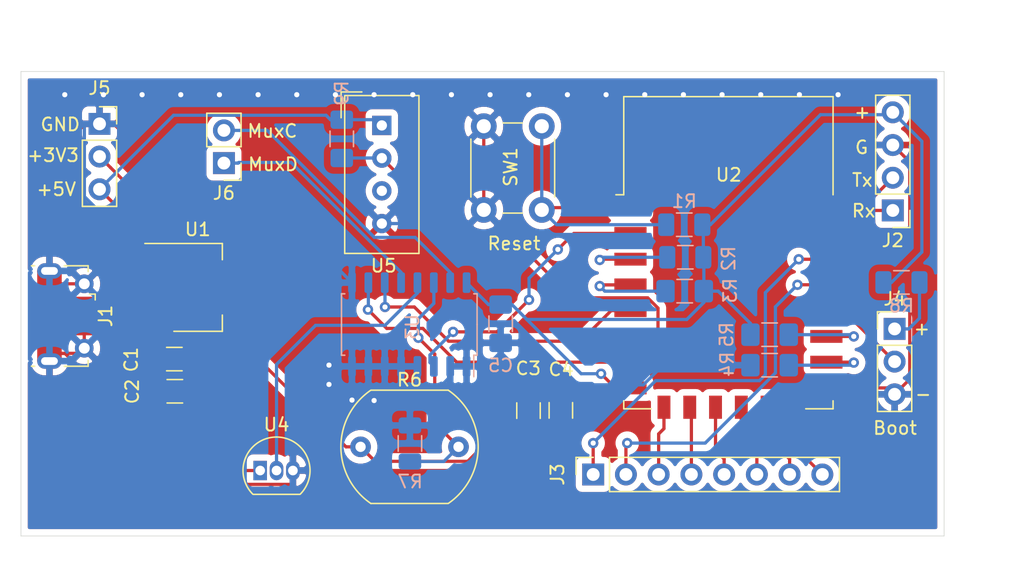
<source format=kicad_pcb>
(kicad_pcb (version 20171130) (host pcbnew "(5.1.5)-3")
  (layers (0 F.Cu signal) (31 B.Cu signal) (34 B.Paste user) (35 F.Paste user) (36 B.SilkS user) (37 F.SilkS user) (38 B.Mask user) (39 F.Mask user) (44 Edge.Cuts user))
  (net 0 "")
  (net 1 GND)
  (net 2 +5V)
  (net 3 +3V3)
  (net 4 "Net-(J1-Pad2)")
  (net 5 "Net-(J1-Pad4)")
  (net 6 "Net-(J1-Pad3)")
  (net 7 RX)
  (net 8 TX)
  (net 9 SDA)
  (net 10 SCL)
  (net 11 CSO)
  (net 12 MISO)
  (net 13 GPIO9)
  (net 14 GPIO10)
  (net 15 MOSI)
  (net 16 SCLK)
  (net 17 "Net-(J4-Pad1)")
  (net 18 GPIO_0)
  (net 19 SensorD)
  (net 20 SensorC)
  (net 21 RST)
  (net 22 "Net-(R2-Pad1)")
  (net 23 "Net-(R3-Pad1)")
  (net 24 "Net-(R4-Pad1)")
  (net 25 "Net-(R5-Pad2)")
  (net 26 LDROut)
  (net 27 ADC)
  (net 28 MuxA)
  (net 29 DHTOut)
  (net 30 MuxB)
  (net 31 TempOut)
  (net 32 "Net-(U5-Pad3)")
  (module Capacitor_SMD:C_1206_3216Metric_Pad1.42x1.75mm_HandSolder (layer F.Cu) (at 113.502 98.532)
    (fp_text reference C1 (at -3.35 0.04 90) (layer F.SilkS))
    (fp_text value 0.1u)
    (pad 2 smd roundrect (at 1.4875 0) (size 1.425 1.75) (layers F.Cu F.Paste F.Mask) (roundrect_rratio 0.175439) (net 1 GND))
    (pad 1 smd roundrect (at -1.4875 0) (size 1.425 1.75) (layers F.Cu F.Paste F.Mask) (roundrect_rratio 0.175439) (net 2 +5V))
  )
  (module Capacitor_SMD:C_1206_3216Metric_Pad1.42x1.75mm_HandSolder (layer F.Cu) (at 113.5395 101.032)
    (fp_text reference C2 (at -3.3075 0.02 90) (layer F.SilkS))
    (fp_text value 0.1u)
    (pad 1 smd roundrect (at -1.4875 0) (size 1.425 1.75) (layers F.Cu F.Paste F.Mask) (roundrect_rratio 0.175439) (net 2 +5V))
    (pad 2 smd roundrect (at 1.4875 0) (size 1.425 1.75) (layers F.Cu F.Paste F.Mask) (roundrect_rratio 0.175439) (net 1 GND))
  )
  (module Capacitor_SMD:C_1206_3216Metric_Pad1.42x1.75mm_HandSolder (layer F.Cu) (at 140.98 102.5335 270)
    (fp_text reference C3 (at -3.275001 0.014999) (layer F.SilkS))
    (fp_text value 0.1u)
    (pad 2 smd roundrect (at 1.4875 0 270) (size 1.425 1.75) (layers F.Cu F.Paste F.Mask) (roundrect_rratio 0.175439) (net 1 GND))
    (pad 1 smd roundrect (at -1.4875 0 270) (size 1.425 1.75) (layers F.Cu F.Paste F.Mask) (roundrect_rratio 0.175439) (net 3 +3V3))
  )
  (module Capacitor_SMD:C_1206_3216Metric_Pad1.42x1.75mm_HandSolder (layer F.Cu) (at 143.49 102.5135 270)
    (fp_text reference C4 (at -3.1775 -0.02) (layer F.SilkS))
    (fp_text value 0.1u)
    (pad 1 smd roundrect (at -1.4875 0 270) (size 1.425 1.75) (layers F.Cu F.Paste F.Mask) (roundrect_rratio 0.175439) (net 3 +3V3))
    (pad 2 smd roundrect (at 1.4875 0 270) (size 1.425 1.75) (layers F.Cu F.Paste F.Mask) (roundrect_rratio 0.175439) (net 1 GND))
  )
  (module Capacitor_SMD:C_1206_3216Metric_Pad1.42x1.75mm_HandSolder (layer B.Cu) (at 138.82 95.786 270)
    (fp_text reference C5 (at 3.2375 0 180) (layer B.SilkS) (effects (justify mirror)))
    (fp_text value 0.1u)
    (pad 1 smd roundrect (at -1.4875 0 270) (size 1.425 1.75) (layers B.Cu B.Paste B.Mask) (roundrect_rratio 0.175439) (net 3 +3V3))
    (pad 2 smd roundrect (at 1.4875 0 270) (size 1.425 1.75) (layers B.Cu B.Paste B.Mask) (roundrect_rratio 0.175439) (net 1 GND))
  )
  (module Connector_USB:USB_Micro-B_Molex-105017-0001 (layer F.Cu) (at 105.05 95.186 270)
    (fp_text reference J1 (at 0 -3.1125 90) (layer F.SilkS))
    (fp_text value USB_B_Micro)
    (pad 6 smd rect (at 1 1.2375 270) (size 1.5 1.9) (layers F.Cu F.Paste F.Mask) (net 1 GND))
    (pad 6 thru_hole circle (at -2.5 -1.4625 270) (size 1.45 1.45) (drill 0.85) (layers *.Cu *.Mask) (net 1 GND))
    (pad 2 smd rect (at -0.65 -1.4625 270) (size 0.4 1.35) (layers F.Cu F.Paste F.Mask) (net 4 "Net-(J1-Pad2)"))
    (pad 1 smd rect (at -1.3 -1.4625 270) (size 0.4 1.35) (layers F.Cu F.Paste F.Mask) (net 2 +5V))
    (pad 5 smd rect (at 1.3 -1.4625 270) (size 0.4 1.35) (layers F.Cu F.Paste F.Mask) (net 1 GND))
    (pad 4 smd rect (at 0.65 -1.4625 270) (size 0.4 1.35) (layers F.Cu F.Paste F.Mask) (net 5 "Net-(J1-Pad4)"))
    (pad 3 smd rect (at 0 -1.4625 270) (size 0.4 1.35) (layers F.Cu F.Paste F.Mask) (net 6 "Net-(J1-Pad3)"))
    (pad 6 thru_hole circle (at 2.5 -1.4625 270) (size 1.45 1.45) (drill 0.85) (layers *.Cu *.Mask) (net 1 GND))
    (pad 6 smd rect (at -1 1.2375 270) (size 1.5 1.9) (layers F.Cu F.Paste F.Mask) (net 1 GND))
    (pad 6 thru_hole oval (at -3.5 1.2375 90) (size 1.2 1.9) (drill oval 0.6 1.3) (layers *.Cu *.Mask) (net 1 GND))
    (pad 6 thru_hole oval (at 3.5 1.2375 270) (size 1.2 1.9) (drill oval 0.6 1.3) (layers *.Cu *.Mask) (net 1 GND))
    (pad 6 smd rect (at 2.9 1.2375 270) (size 1.2 1.9) (layers F.Cu F.Mask) (net 1 GND))
    (pad 6 smd rect (at -2.9 1.2375 270) (size 1.2 1.9) (layers F.Cu F.Mask) (net 1 GND))
  )
  (module Connector_PinHeader_2.54mm:PinHeader_1x04_P2.54mm_Vertical (layer F.Cu) (at 169.246 86.988 180)
    (fp_text reference J2 (at 0 -2.33) (layer F.SilkS))
    (fp_text value FTDI)
    (pad 1 thru_hole rect (at 0 0 180) (size 1.7 1.7) (drill 1) (layers *.Cu *.Mask) (net 7 RX))
    (pad 2 thru_hole oval (at 0 2.54 180) (size 1.7 1.7) (drill 1) (layers *.Cu *.Mask) (net 8 TX))
    (pad 3 thru_hole oval (at 0 5.08 180) (size 1.7 1.7) (drill 1) (layers *.Cu *.Mask) (net 1 GND))
    (pad 4 thru_hole oval (at 0 7.62 180) (size 1.7 1.7) (drill 1) (layers *.Cu *.Mask) (net 3 +3V3))
  )
  (module Connector_PinSocket_2.54mm:PinSocket_1x08_P2.54mm_Vertical (layer F.Cu) (at 145.9992 107.4928 90)
    (fp_text reference J3 (at 0 -2.77 90) (layer F.SilkS))
    (fp_text value ExtraPins)
    (pad 1 thru_hole rect (at 0 0 90) (size 1.7 1.7) (drill 1) (layers *.Cu *.Mask) (net 10 SCL))
    (pad 2 thru_hole oval (at 0 2.54 90) (size 1.7 1.7) (drill 1) (layers *.Cu *.Mask) (net 9 SDA))
    (pad 3 thru_hole oval (at 0 5.08 90) (size 1.7 1.7) (drill 1) (layers *.Cu *.Mask) (net 11 CSO))
    (pad 4 thru_hole oval (at 0 7.62 90) (size 1.7 1.7) (drill 1) (layers *.Cu *.Mask) (net 12 MISO))
    (pad 5 thru_hole oval (at 0 10.16 90) (size 1.7 1.7) (drill 1) (layers *.Cu *.Mask) (net 13 GPIO9))
    (pad 6 thru_hole oval (at 0 12.7 90) (size 1.7 1.7) (drill 1) (layers *.Cu *.Mask) (net 14 GPIO10))
    (pad 7 thru_hole oval (at 0 15.24 90) (size 1.7 1.7) (drill 1) (layers *.Cu *.Mask) (net 15 MOSI))
    (pad 8 thru_hole oval (at 0 17.78 90) (size 1.7 1.7) (drill 1) (layers *.Cu *.Mask) (net 16 SCLK))
  )
  (module Connector_PinHeader_2.54mm:PinHeader_1x03_P2.54mm_Vertical (layer F.Cu) (at 169.386 96.188)
    (fp_text reference J4 (at 0 -2.33) (layer F.SilkS))
    (fp_text value ProgJump)
    (pad 1 thru_hole rect (at 0 0) (size 1.7 1.7) (drill 1) (layers *.Cu *.Mask) (net 17 "Net-(J4-Pad1)"))
    (pad 2 thru_hole oval (at 0 2.54) (size 1.7 1.7) (drill 1) (layers *.Cu *.Mask) (net 18 GPIO_0))
    (pad 3 thru_hole oval (at 0 5.08) (size 1.7 1.7) (drill 1) (layers *.Cu *.Mask) (net 1 GND))
  )
  (module Connector_PinSocket_2.54mm:PinSocket_1x03_P2.54mm_Vertical (layer F.Cu) (at 107.696 80.264)
    (fp_text reference J5 (at 0 -2.77) (layer F.SilkS))
    (fp_text value PWR)
    (pad 1 thru_hole rect (at 0 0) (size 1.7 1.7) (drill 1) (layers *.Cu *.Mask) (net 1 GND))
    (pad 2 thru_hole oval (at 0 2.54) (size 1.7 1.7) (drill 1) (layers *.Cu *.Mask) (net 3 +3V3))
    (pad 3 thru_hole oval (at 0 5.08) (size 1.7 1.7) (drill 1) (layers *.Cu *.Mask) (net 2 +5V))
  )
  (module Connector_PinHeader_2.54mm:PinHeader_1x02_P2.54mm_Vertical (layer F.Cu) (at 117.348 83.312 180)
    (fp_text reference J6 (at 0 -2.33) (layer F.SilkS))
    (fp_text value MuxExtra)
    (pad 1 thru_hole rect (at 0 0 180) (size 1.7 1.7) (drill 1) (layers *.Cu *.Mask) (net 19 SensorD))
    (pad 2 thru_hole oval (at 0 2.54 180) (size 1.7 1.7) (drill 1) (layers *.Cu *.Mask) (net 20 SensorC))
  )
  (module Resistor_SMD:R_1206_3216Metric (layer B.Cu) (at 153.066 88.096 180)
    (fp_text reference R1 (at 0 1.82) (layer B.SilkS) (effects (justify mirror)))
    (fp_text value 10k)
    (pad 2 smd roundrect (at 1.4 0 180) (size 1.25 1.75) (layers B.Cu B.Paste B.Mask) (roundrect_rratio 0.2) (net 21 RST))
    (pad 1 smd roundrect (at -1.4 0 180) (size 1.25 1.75) (layers B.Cu B.Paste B.Mask) (roundrect_rratio 0.2) (net 3 +3V3))
  )
  (module Resistor_SMD:R_1206_3216Metric (layer B.Cu) (at 153.146 90.626)
    (fp_text reference R2 (at 3.36 0.1 -90) (layer B.SilkS) (effects (justify mirror)))
    (fp_text value 10k)
    (pad 1 smd roundrect (at -1.4 0) (size 1.25 1.75) (layers B.Cu B.Paste B.Mask) (roundrect_rratio 0.2) (net 22 "Net-(R2-Pad1)"))
    (pad 2 smd roundrect (at 1.4 0) (size 1.25 1.75) (layers B.Cu B.Paste B.Mask) (roundrect_rratio 0.2) (net 3 +3V3))
  )
  (module Resistor_SMD:R_1206_3216Metric_Pad1.42x1.75mm_HandSolder (layer B.Cu) (at 153.0985 93.256)
    (fp_text reference R3 (at 3.5275 -0.04 -90) (layer B.SilkS) (effects (justify mirror)))
    (fp_text value 10k)
    (pad 1 smd roundrect (at -1.4875 0) (size 1.425 1.75) (layers B.Cu B.Paste B.Mask) (roundrect_rratio 0.175439) (net 23 "Net-(R3-Pad1)"))
    (pad 2 smd roundrect (at 1.4875 0) (size 1.425 1.75) (layers B.Cu B.Paste B.Mask) (roundrect_rratio 0.175439) (net 3 +3V3))
  )
  (module Resistor_SMD:R_1206_3216Metric_Pad1.42x1.75mm_HandSolder (layer B.Cu) (at 159.6885 99.006 180)
    (fp_text reference R4 (at 3.3 0.07 270) (layer B.SilkS) (effects (justify mirror)))
    (fp_text value 10k)
    (pad 2 smd roundrect (at 1.4875 0 180) (size 1.425 1.75) (layers B.Cu B.Paste B.Mask) (roundrect_rratio 0.175439) (net 1 GND))
    (pad 1 smd roundrect (at -1.4875 0 180) (size 1.425 1.75) (layers B.Cu B.Paste B.Mask) (roundrect_rratio 0.175439) (net 24 "Net-(R4-Pad1)"))
  )
  (module Resistor_SMD:R_1206_3216Metric_Pad1.42x1.75mm_HandSolder (layer B.Cu) (at 159.6885 96.636)
    (fp_text reference R5 (at -3.34 0 270) (layer B.SilkS) (effects (justify mirror)))
    (fp_text value 10k)
    (pad 1 smd roundrect (at -1.4875 0) (size 1.425 1.75) (layers B.Cu B.Paste B.Mask) (roundrect_rratio 0.175439) (net 3 +3V3))
    (pad 2 smd roundrect (at 1.4875 0) (size 1.425 1.75) (layers B.Cu B.Paste B.Mask) (roundrect_rratio 0.175439) (net 25 "Net-(R5-Pad2)"))
  )
  (module OptoDevice:R_LDR_10x8.5mm_P7.6mm_Vertical (layer F.Cu) (at 127.95 105.346)
    (fp_text reference R6 (at 3.8 -5.2) (layer F.SilkS))
    (fp_text value LDR03)
    (pad 1 thru_hole circle (at 0 0) (size 1.6 1.6) (drill 0.8) (layers *.Cu *.Mask) (net 3 +3V3))
    (pad 2 thru_hole circle (at 7.6 0) (size 1.6 1.6) (drill 0.8) (layers *.Cu *.Mask) (net 26 LDROut))
  )
  (module Resistor_SMD:R_1206_3216Metric (layer B.Cu) (at 131.78 105.086 90)
    (fp_text reference R7 (at -2.96 0.02 180) (layer B.SilkS) (effects (justify mirror)))
    (fp_text value 220r)
    (pad 1 smd roundrect (at -1.4 0 90) (size 1.25 1.75) (layers B.Cu B.Paste B.Mask) (roundrect_rratio 0.2) (net 26 LDROut))
    (pad 2 smd roundrect (at 1.4 0 90) (size 1.25 1.75) (layers B.Cu B.Paste B.Mask) (roundrect_rratio 0.2) (net 1 GND))
  )
  (module Resistor_SMD:R_1206_3216Metric (layer B.Cu) (at 169.916 92.578)
    (fp_text reference R8 (at 0 1.82 180) (layer B.SilkS) (effects (justify mirror)))
    (fp_text value 10k)
    (pad 2 smd roundrect (at 1.4 0) (size 1.25 1.75) (layers B.Cu B.Paste B.Mask) (roundrect_rratio 0.2) (net 17 "Net-(J4-Pad1)"))
    (pad 1 smd roundrect (at -1.4 0) (size 1.25 1.75) (layers B.Cu B.Paste B.Mask) (roundrect_rratio 0.2) (net 3 +3V3))
  )
  (module Package_TO_SOT_SMD:SOT-223-3_TabPin2 (layer F.Cu) (at 115.316 92.964)
    (fp_text reference U1 (at 0 -4.5) (layer F.SilkS))
    (fp_text value AMS1117-3.3)
    (pad 2 smd rect (at 3.15 0) (size 2 3.8) (layers F.Cu F.Paste F.Mask) (net 3 +3V3))
    (pad 2 smd rect (at -3.15 0) (size 2 1.5) (layers F.Cu F.Paste F.Mask) (net 3 +3V3))
    (pad 3 smd rect (at -3.15 2.3) (size 2 1.5) (layers F.Cu F.Paste F.Mask) (net 2 +5V))
    (pad 1 smd rect (at -3.15 -2.3) (size 2 1.5) (layers F.Cu F.Paste F.Mask) (net 1 GND))
  )
  (module RF_Module:ESP-12E (layer F.Cu) (at 156.491001 90.271001)
    (fp_text reference U2 (at 0.023799 -6.044601) (layer F.SilkS))
    (fp_text value ESP-12F)
    (pad 1 smd rect (at -7.6 -3.5) (size 2.5 1) (layers F.Cu F.Paste F.Mask) (net 21 RST))
    (pad 2 smd rect (at -7.6 -1.5) (size 2.5 1) (layers F.Cu F.Paste F.Mask) (net 27 ADC))
    (pad 3 smd rect (at -7.6 0.5) (size 2.5 1) (layers F.Cu F.Paste F.Mask) (net 22 "Net-(R2-Pad1)"))
    (pad 4 smd rect (at -7.6 2.5) (size 2.5 1) (layers F.Cu F.Paste F.Mask) (net 23 "Net-(R3-Pad1)"))
    (pad 5 smd rect (at -7.6 4.5) (size 2.5 1) (layers F.Cu F.Paste F.Mask) (net 28 MuxA))
    (pad 6 smd rect (at -7.6 6.5) (size 2.5 1) (layers F.Cu F.Paste F.Mask) (net 29 DHTOut))
    (pad 7 smd rect (at -7.6 8.5) (size 2.5 1) (layers F.Cu F.Paste F.Mask) (net 30 MuxB))
    (pad 8 smd rect (at -7.6 10.5) (size 2.5 1) (layers F.Cu F.Paste F.Mask) (net 3 +3V3))
    (pad 9 smd rect (at -5 12) (size 1 1.8) (layers F.Cu F.Paste F.Mask) (net 11 CSO))
    (pad 10 smd rect (at -3 12) (size 1 1.8) (layers F.Cu F.Paste F.Mask) (net 12 MISO))
    (pad 11 smd rect (at -1 12) (size 1 1.8) (layers F.Cu F.Paste F.Mask) (net 13 GPIO9))
    (pad 12 smd rect (at 1 12) (size 1 1.8) (layers F.Cu F.Paste F.Mask) (net 14 GPIO10))
    (pad 13 smd rect (at 3 12) (size 1 1.8) (layers F.Cu F.Paste F.Mask) (net 15 MOSI))
    (pad 14 smd rect (at 5 12) (size 1 1.8) (layers F.Cu F.Paste F.Mask) (net 16 SCLK))
    (pad 15 smd rect (at 7.6 10.5) (size 2.5 1) (layers F.Cu F.Paste F.Mask) (net 1 GND))
    (pad 16 smd rect (at 7.6 8.5) (size 2.5 1) (layers F.Cu F.Paste F.Mask) (net 24 "Net-(R4-Pad1)"))
    (pad 17 smd rect (at 7.6 6.5) (size 2.5 1) (layers F.Cu F.Paste F.Mask) (net 25 "Net-(R5-Pad2)"))
    (pad 18 smd rect (at 7.6 4.5) (size 2.5 1) (layers F.Cu F.Paste F.Mask) (net 18 GPIO_0))
    (pad 19 smd rect (at 7.6 2.5) (size 2.5 1) (layers F.Cu F.Paste F.Mask) (net 9 SDA))
    (pad 20 smd rect (at 7.6 0.5) (size 2.5 1) (layers F.Cu F.Paste F.Mask) (net 10 SCL))
    (pad 21 smd rect (at 7.6 -1.5) (size 2.5 1) (layers F.Cu F.Paste F.Mask) (net 7 RX))
    (pad 22 smd rect (at 7.6 -3.5) (size 2.5 1) (layers F.Cu F.Paste F.Mask) (net 8 TX))
  )
  (module Package_SO:SOP-16_4.55x10.3mm_P1.27mm (layer B.Cu) (at 131.73 95.846 90)
    (fp_text reference U3 (at -0.19 0.25 -90) (layer B.SilkS) (effects (justify mirror)))
    (fp_text value CD4051B)
    (pad 1 smd roundrect (at -3.25 4.445 90) (size 1.6 0.6) (layers B.Cu B.Paste B.Mask) (net 1 GND))
    (pad 2 smd roundrect (at -3.25 3.175 90) (size 1.6 0.6) (layers B.Cu B.Paste B.Mask) (net 1 GND))
    (pad 3 smd roundrect (at -3.25 1.905 90) (size 1.6 0.6) (layers B.Cu B.Paste B.Mask) (net 27 ADC))
    (pad 4 smd roundrect (at -3.25 0.635 90) (size 1.6 0.6) (layers B.Cu B.Paste B.Mask) (net 1 GND))
    (pad 5 smd roundrect (at -3.25 -0.635 90) (size 1.6 0.6) (layers B.Cu B.Paste B.Mask) (net 1 GND))
    (pad 6 smd roundrect (at -3.25 -1.905 90) (size 1.6 0.6) (layers B.Cu B.Paste B.Mask) (net 1 GND))
    (pad 7 smd roundrect (at -3.25 -3.175 90) (size 1.6 0.6) (layers B.Cu B.Paste B.Mask) (net 1 GND))
    (pad 8 smd roundrect (at -3.25 -4.445 90) (size 1.6 0.6) (layers B.Cu B.Paste B.Mask) (net 1 GND))
    (pad 9 smd roundrect (at 3.25 -4.445 90) (size 1.6 0.6) (layers B.Cu B.Paste B.Mask) (net 1 GND))
    (pad 10 smd roundrect (at 3.25 -3.175 90) (size 1.6 0.6) (layers B.Cu B.Paste B.Mask) (net 30 MuxB))
    (pad 11 smd roundrect (at 3.25 -1.905 90) (size 1.6 0.6) (layers B.Cu B.Paste B.Mask) (net 28 MuxA))
    (pad 12 smd roundrect (at 3.25 -0.635 90) (size 1.6 0.6) (layers B.Cu B.Paste B.Mask) (net 19 SensorD))
    (pad 13 smd roundrect (at 3.25 0.635 90) (size 1.6 0.6) (layers B.Cu B.Paste B.Mask) (net 31 TempOut))
    (pad 14 smd roundrect (at 3.25 1.905 90) (size 1.6 0.6) (layers B.Cu B.Paste B.Mask) (net 26 LDROut))
    (pad 15 smd roundrect (at 3.25 3.175 90) (size 1.6 0.6) (layers B.Cu B.Paste B.Mask) (net 20 SensorC))
    (pad 16 smd roundrect (at 3.25 4.445 90) (size 1.6 0.6) (layers B.Cu B.Paste B.Mask) (net 3 +3V3))
  )
  (module Package_TO_SOT_THT:TO-92_Inline (layer F.Cu) (at 120.16 107.186)
    (fp_text reference U4 (at 1.27 -3.56) (layer F.SilkS))
    (fp_text value LM35-LP)
    (pad 2 thru_hole oval (at 1.27 0) (size 1.05 1.5) (drill 0.75) (layers *.Cu *.Mask) (net 31 TempOut))
    (pad 3 thru_hole oval (at 2.54 0) (size 1.05 1.5) (drill 0.75) (layers *.Cu *.Mask) (net 1 GND))
    (pad 1 thru_hole rect (at 0 0) (size 1.05 1.5) (drill 0.75) (layers *.Cu *.Mask) (net 2 +5V))
  )
  (module Sensor:Aosong_DHT11_5.5x12.0_P2.54mm (layer F.Cu) (at 129.6 80.386)
    (fp_text reference U5 (at 0.1432 10.9016) (layer F.SilkS))
    (fp_text value DHT11)
    (pad 1 thru_hole rect (at 0 0) (size 1.5 1.5) (drill 0.8) (layers *.Cu *.Mask) (net 2 +5V))
    (pad 2 thru_hole circle (at 0 2.54) (size 1.5 1.5) (drill 0.8) (layers *.Cu *.Mask) (net 29 DHTOut))
    (pad 3 thru_hole circle (at 0 5.08) (size 1.5 1.5) (drill 0.8) (layers *.Cu *.Mask) (net 32 "Net-(U5-Pad3)"))
    (pad 4 thru_hole circle (at 0 7.62) (size 1.5 1.5) (drill 0.8) (layers *.Cu *.Mask) (net 1 GND))
  )
  (module Button_Switch_THT:SW_PUSH_6mm_H8.5mm (layer F.Cu) (at 137.51 86.946 90)
    (fp_text reference SW1 (at 3.3292 2.0884 90) (layer F.SilkS))
    (fp_text value ResetButton)
    (pad 2 thru_hole circle (at 0 4.5 180) (size 2 2) (drill 1.1) (layers *.Cu *.Mask) (net 21 RST))
    (pad 1 thru_hole circle (at 0 0 180) (size 2 2) (drill 1.1) (layers *.Cu *.Mask) (net 1 GND))
    (pad 2 thru_hole circle (at 6.5 4.5 180) (size 2 2) (drill 1.1) (layers *.Cu *.Mask) (net 21 RST))
    (pad 1 thru_hole circle (at 6.5 0 180) (size 2 2) (drill 1.1) (layers *.Cu *.Mask) (net 1 GND))
  )
  (module Resistor_SMD:R_1206_3216Metric_Pad1.42x1.75mm_HandSolder (layer B.Cu) (at 126.492 81.4285 270)
    (fp_text reference R9 (at -3.5475 0 270) (layer B.SilkS) (effects (justify mirror)))
    (fp_text value 10k)
    (pad 1 smd roundrect (at -1.4875 0 270) (size 1.425 1.75) (layers B.Cu B.Paste B.Mask) (roundrect_rratio 0.175439) (net 2 +5V))
    (pad 2 smd roundrect (at 1.4875 0 270) (size 1.425 1.75) (layers B.Cu B.Paste B.Mask) (roundrect_rratio 0.175439) (net 29 DHTOut))
  )
  (gr_text Boot (at 169.418 103.886) (layer F.SilkS) (effects (font (size 1 1))))
  (gr_text MuxD (at 121.158 83.4136) (layer F.SilkS) (effects (font (size 1 1))))
  (gr_text MuxC (at 121.1072 80.8228) (layer F.SilkS) (effects (font (size 1 1))))
  (gr_text - (at 171.6024 101.2444) (layer F.SilkS) (effects (font (size 1 1))))
  (gr_text + (at 171.5008 96.1644) (layer F.SilkS) (effects (font (size 1 1))))
  (gr_text + (at 166.878 79.3496) (layer F.SilkS) (effects (font (size 1 1))))
  (gr_text G (at 166.8272 82.0928) (layer F.SilkS) (effects (font (size 1 1))))
  (gr_text Tx (at 166.878 84.6328) (layer F.SilkS) (effects (font (size 1 1))))
  (gr_text Rx (at 166.9796 87.0204) (layer F.SilkS) (effects (font (size 1 1))))
  (gr_text Reset (at 139.8524 89.5604) (layer F.SilkS) (effects (font (size 1 1))))
  (gr_text +5V (at 104.3432 85.344) (layer F.SilkS) (effects (font (size 1 1))))
  (gr_text +3V3 (at 104.0892 82.7024) (layer F.SilkS) (effects (font (size 1 1))))
  (gr_text GND (at 104.648 80.3148) (layer F.SilkS) (effects (font (size 1 1))))
  (gr_line (start 101.6 76.2) (end 173.228 76.2) (layer Edge.Cuts) (width 0.05))
  (gr_line (start 101.6 112.268) (end 101.6 76.2) (layer Edge.Cuts) (width 0.05))
  (gr_line (start 173.228 112.268) (end 101.6 112.268) (layer Edge.Cuts) (width 0.05))
  (gr_line (start 173.228 76.2) (end 173.228 112.268) (layer Edge.Cuts) (width 0.05))
  (segment (start 131.78 103.686) (end 131.78 101.9508) (width 0.25) (layer B.Cu) (net 1))
  (segment (start 132.365 101.3658) (end 132.365 99.096) (width 0.25) (layer B.Cu) (net 1))
  (segment (start 131.78 101.9508) (end 132.365 101.3658) (width 0.25) (layer B.Cu) (net 1))
  (segment (start 137.71 99.096) (end 138.82 97.986) (width 0.25) (layer B.Cu) (net 1))
  (segment (start 136.175 99.096) (end 137.71 99.096) (width 0.25) (layer B.Cu) (net 1))
  (segment (start 115.027 98.5695) (end 114.9895 98.532) (width 0.25) (layer F.Cu) (net 1))
  (segment (start 115.027 101.032) (end 115.027 98.5695) (width 0.25) (layer F.Cu) (net 1))
  (segment (start 122.7 106.186) (end 122.7 107.186) (width 0.25) (layer F.Cu) (net 1))
  (segment (start 117.546 101.032) (end 122.7 106.186) (width 0.25) (layer F.Cu) (net 1))
  (segment (start 115.027 101.032) (end 117.546 101.032) (width 0.25) (layer F.Cu) (net 1))
  (segment (start 123.475 107.186) (end 122.7 107.186) (width 0.25) (layer B.Cu) (net 1))
  (segment (start 127.285 103.376) (end 123.475 107.186) (width 0.25) (layer B.Cu) (net 1))
  (segment (start 127.285 99.096) (end 127.285 101.715) (width 0.25) (layer B.Cu) (net 1))
  (segment (start 127.285 99.096) (end 128.555 99.096) (width 0.25) (layer B.Cu) (net 1))
  (segment (start 128.555 99.096) (end 129.825 99.096) (width 0.25) (layer B.Cu) (net 1))
  (segment (start 129.825 99.096) (end 131.095 99.096) (width 0.25) (layer B.Cu) (net 1))
  (segment (start 131.095 99.096) (end 132.365 99.096) (width 0.25) (layer B.Cu) (net 1))
  (segment (start 134.905 99.096) (end 136.175 99.096) (width 0.25) (layer B.Cu) (net 1))
  (segment (start 132.365 101.3658) (end 133.096 100.6348) (width 0.25) (layer B.Cu) (net 1))
  (segment (start 134.1662 100.6348) (end 134.905 99.896) (width 0.25) (layer B.Cu) (net 1))
  (segment (start 134.905 99.896) (end 134.905 99.096) (width 0.25) (layer B.Cu) (net 1))
  (segment (start 133.096 100.6348) (end 134.1662 100.6348) (width 0.25) (layer B.Cu) (net 1))
  (segment (start 168.889001 100.771001) (end 169.386 101.268) (width 0.25) (layer F.Cu) (net 1))
  (segment (start 164.091001 100.771001) (end 168.889001 100.771001) (width 0.25) (layer F.Cu) (net 1))
  (segment (start 103.8125 94.186) (end 103.8125 92.286) (width 0.25) (layer F.Cu) (net 1))
  (segment (start 103.8125 96.186) (end 103.8125 94.186) (width 0.25) (layer F.Cu) (net 1))
  (segment (start 103.8125 98.086) (end 103.8125 96.186) (width 0.25) (layer F.Cu) (net 1))
  (segment (start 103.8125 92.536) (end 103.8125 91.686) (width 0.25) (layer F.Cu) (net 1))
  (segment (start 103.9625 92.686) (end 103.8125 92.536) (width 0.25) (layer F.Cu) (net 1))
  (segment (start 106.5125 92.686) (end 103.9625 92.686) (width 0.25) (layer F.Cu) (net 1))
  (segment (start 106.1125 98.086) (end 106.5125 97.686) (width 0.25) (layer F.Cu) (net 1))
  (segment (start 103.8125 98.086) (end 106.1125 98.086) (width 0.25) (layer F.Cu) (net 1))
  (segment (start 103.8125 92.286) (end 103.8125 91.436) (width 0.25) (layer F.Cu) (net 1))
  (segment (start 122.62499 108.26101) (end 122.7 108.186) (width 0.25) (layer F.Cu) (net 1))
  (segment (start 115.18751 108.26101) (end 122.62499 108.26101) (width 0.25) (layer F.Cu) (net 1))
  (segment (start 122.7 108.186) (end 122.7 107.186) (width 0.25) (layer F.Cu) (net 1))
  (segment (start 105.0125 98.086) (end 115.18751 108.26101) (width 0.25) (layer F.Cu) (net 1))
  (segment (start 103.8125 98.086) (end 105.0125 98.086) (width 0.25) (layer F.Cu) (net 1))
  (segment (start 140.98 104.7335) (end 140.98 104.021) (width 0.25) (layer F.Cu) (net 1))
  (segment (start 138.5275 107.186) (end 140.98 104.7335) (width 0.25) (layer F.Cu) (net 1))
  (segment (start 122.7 107.186) (end 138.5275 107.186) (width 0.25) (layer F.Cu) (net 1))
  (segment (start 127.285 92.596) (end 127.285 92.7298) (width 0.25) (layer B.Cu) (net 1))
  (segment (start 106.596 80.264) (end 107.696 80.264) (width 0.25) (layer F.Cu) (net 1))
  (segment (start 103.8125 83.0475) (end 106.596 80.264) (width 0.25) (layer F.Cu) (net 1))
  (segment (start 103.8125 92.286) (end 103.8125 83.0475) (width 0.25) (layer F.Cu) (net 1))
  (segment (start 108.796 80.264) (end 107.696 80.264) (width 0.25) (layer F.Cu) (net 1))
  (segment (start 112.166 83.634) (end 108.796 80.264) (width 0.25) (layer F.Cu) (net 1))
  (segment (start 112.166 90.664) (end 112.166 83.634) (width 0.25) (layer F.Cu) (net 1))
  (segment (start 106.5125 97.686) (end 106.5125 96.486) (width 0.25) (layer F.Cu) (net 1))
  (segment (start 137.51 86.946) (end 137.51 80.446) (width 0.25) (layer F.Cu) (net 1))
  (segment (start 136.45 88.006) (end 137.51 86.946) (width 0.25) (layer B.Cu) (net 1))
  (segment (start 129.6 88.006) (end 136.45 88.006) (width 0.25) (layer B.Cu) (net 1))
  (segment (start 108.796 80.264) (end 110.32 78.74) (width 0.25) (layer F.Cu) (net 1))
  (segment (start 135.804 78.74) (end 137.51 80.446) (width 0.25) (layer F.Cu) (net 1))
  (segment (start 110.32 78.74) (end 135.804 78.74) (width 0.25) (layer F.Cu) (net 1))
  (segment (start 106.520999 85.908001) (end 111.392598 90.7796) (width 0.25) (layer B.Cu) (net 1))
  (segment (start 106.520999 80.339001) (end 106.520999 85.908001) (width 0.25) (layer B.Cu) (net 1))
  (segment (start 107.696 80.264) (end 106.596 80.264) (width 0.25) (layer B.Cu) (net 1))
  (segment (start 106.596 80.264) (end 106.520999 80.339001) (width 0.25) (layer B.Cu) (net 1))
  (segment (start 125.4686 90.7796) (end 127.285 92.596) (width 0.25) (layer B.Cu) (net 1))
  (segment (start 111.392598 90.7796) (end 125.4686 90.7796) (width 0.25) (layer B.Cu) (net 1))
  (segment (start 170.561001 83.223001) (end 170.095999 82.757999) (width 0.25) (layer F.Cu) (net 1))
  (segment (start 170.095999 82.757999) (end 169.246 81.908) (width 0.25) (layer F.Cu) (net 1))
  (segment (start 170.561001 100.092999) (end 170.561001 83.223001) (width 0.25) (layer F.Cu) (net 1))
  (segment (start 169.386 101.268) (end 170.561001 100.092999) (width 0.25) (layer F.Cu) (net 1))
  (segment (start 143.47 104.021) (end 143.49 104.001) (width 0.25) (layer F.Cu) (net 1))
  (segment (start 140.98 104.021) (end 143.47 104.021) (width 0.25) (layer F.Cu) (net 1))
  (segment (start 157.4885 99.006) (end 158.201 99.006) (width 0.25) (layer B.Cu) (net 1))
  (segment (start 151.41119 99.006) (end 157.4885 99.006) (width 0.25) (layer B.Cu) (net 1))
  (segment (start 149.88399 100.5332) (end 151.41119 99.006) (width 0.25) (layer B.Cu) (net 1))
  (segment (start 141.3672 100.5332) (end 149.88399 100.5332) (width 0.25) (layer B.Cu) (net 1))
  (segment (start 138.82 97.986) (end 141.3672 100.5332) (width 0.25) (layer B.Cu) (net 1))
  (segment (start 138.82 97.2735) (end 138.82 97.986) (width 0.25) (layer B.Cu) (net 1))
  (via (at 105 78) (size 0.8) (drill 0.4) (layers F.Cu B.Cu) (net 1))
  (via (at 108 78) (size 0.8) (drill 0.4) (layers F.Cu B.Cu) (net 1))
  (via (at 111 78) (size 0.8) (drill 0.4) (layers F.Cu B.Cu) (net 1))
  (via (at 114 78) (size 0.8) (drill 0.4) (layers F.Cu B.Cu) (net 1))
  (via (at 117 78) (size 0.8) (drill 0.4) (layers F.Cu B.Cu) (net 1))
  (via (at 120 78) (size 0.8) (drill 0.4) (layers F.Cu B.Cu) (net 1))
  (via (at 123 78) (size 0.8) (drill 0.4) (layers F.Cu B.Cu) (net 1))
  (via (at 126 78) (size 0.8) (drill 0.4) (layers F.Cu B.Cu) (net 1))
  (via (at 129 78) (size 0.8) (drill 0.4) (layers F.Cu B.Cu) (net 1))
  (via (at 132 78) (size 0.8) (drill 0.4) (layers F.Cu B.Cu) (net 1))
  (via (at 135 78) (size 0.8) (drill 0.4) (layers F.Cu B.Cu) (net 1))
  (via (at 138 78) (size 0.8) (drill 0.4) (layers F.Cu B.Cu) (net 1))
  (via (at 141 78) (size 0.8) (drill 0.4) (layers F.Cu B.Cu) (net 1))
  (via (at 144 78) (size 0.8) (drill 0.4) (layers F.Cu B.Cu) (net 1))
  (via (at 147 78) (size 0.8) (drill 0.4) (layers F.Cu B.Cu) (net 1))
  (via (at 150 78) (size 0.8) (drill 0.4) (layers F.Cu B.Cu) (net 1))
  (via (at 153 78) (size 0.8) (drill 0.4) (layers F.Cu B.Cu) (net 1))
  (via (at 156 78) (size 0.8) (drill 0.4) (layers F.Cu B.Cu) (net 1))
  (via (at 159 78) (size 0.8) (drill 0.4) (layers F.Cu B.Cu) (net 1))
  (via (at 162 78) (size 0.8) (drill 0.4) (layers F.Cu B.Cu) (net 1))
  (via (at 165 78) (size 0.8) (drill 0.4) (layers F.Cu B.Cu) (net 1))
  (via (at 125.5 99) (size 0.8) (drill 0.4) (layers F.Cu B.Cu) (net 1))
  (via (at 125.5 100.5) (size 0.8) (drill 0.4) (layers F.Cu B.Cu) (net 1))
  (segment (start 127.285 101.715) (end 127.285 103.376) (width 0.25) (layer B.Cu) (net 1))
  (via (at 127.285 101.715) (size 0.8) (drill 0.4) (layers F.Cu B.Cu) (net 1))
  (via (at 129 101.75) (size 0.8) (drill 0.4) (layers F.Cu B.Cu) (net 1))
  (segment (start 129.155 79.941) (end 129.6 80.386) (width 0.25) (layer B.Cu) (net 2))
  (segment (start 126.492 79.941) (end 129.155 79.941) (width 0.25) (layer B.Cu) (net 2))
  (segment (start 106.5125 93.886) (end 109.0752 93.886) (width 0.25) (layer F.Cu) (net 2))
  (segment (start 110.4532 95.264) (end 112.166 95.264) (width 0.25) (layer F.Cu) (net 2))
  (segment (start 109.0752 93.886) (end 110.4532 95.264) (width 0.25) (layer F.Cu) (net 2))
  (segment (start 112.0145 95.4155) (end 112.166 95.264) (width 0.25) (layer F.Cu) (net 2))
  (segment (start 112.0145 98.532) (end 112.0145 95.4155) (width 0.25) (layer F.Cu) (net 2))
  (segment (start 112.052 98.5695) (end 112.0145 98.532) (width 0.25) (layer F.Cu) (net 2))
  (segment (start 112.052 101.032) (end 112.052 98.5695) (width 0.25) (layer F.Cu) (net 2))
  (segment (start 120.16 107.186) (end 116.4824 107.186) (width 0.25) (layer F.Cu) (net 2))
  (segment (start 112.052 102.7556) (end 112.052 101.032) (width 0.25) (layer F.Cu) (net 2))
  (segment (start 116.4824 107.186) (end 112.052 102.7556) (width 0.25) (layer F.Cu) (net 2))
  (segment (start 125.272999 79.596999) (end 113.443001 79.596999) (width 0.25) (layer B.Cu) (net 2))
  (segment (start 125.617 79.941) (end 125.272999 79.596999) (width 0.25) (layer B.Cu) (net 2))
  (segment (start 108.545999 84.494001) (end 107.696 85.344) (width 0.25) (layer B.Cu) (net 2))
  (segment (start 113.443001 79.596999) (end 108.545999 84.494001) (width 0.25) (layer B.Cu) (net 2))
  (segment (start 126.492 79.941) (end 125.617 79.941) (width 0.25) (layer B.Cu) (net 2))
  (segment (start 109.0752 86.7232) (end 107.696 85.344) (width 0.25) (layer F.Cu) (net 2))
  (segment (start 109.0752 93.886) (end 109.0752 86.7232) (width 0.25) (layer F.Cu) (net 2))
  (via (at 146.6088 99.6696) (size 0.8) (drill 0.4) (layers F.Cu B.Cu) (net 3))
  (segment (start 137.8775 94.2985) (end 136.175 92.596) (width 0.25) (layer B.Cu) (net 3))
  (segment (start 138.82 94.2985) (end 137.8775 94.2985) (width 0.25) (layer B.Cu) (net 3))
  (segment (start 154.586 90.666) (end 154.546 90.626) (width 0.25) (layer B.Cu) (net 3))
  (segment (start 154.586 93.256) (end 154.586 90.666) (width 0.25) (layer B.Cu) (net 3))
  (segment (start 154.546 88.176) (end 154.466 88.096) (width 0.25) (layer B.Cu) (net 3))
  (segment (start 154.546 90.626) (end 154.546 88.176) (width 0.25) (layer B.Cu) (net 3))
  (segment (start 155.696 93.256) (end 155.2985 93.256) (width 0.25) (layer B.Cu) (net 3))
  (segment (start 155.2985 93.256) (end 154.586 93.256) (width 0.25) (layer B.Cu) (net 3))
  (segment (start 158.201 95.761) (end 155.696 93.256) (width 0.25) (layer B.Cu) (net 3))
  (segment (start 158.201 96.636) (end 158.201 95.761) (width 0.25) (layer B.Cu) (net 3))
  (segment (start 143.47 101.046) (end 143.49 101.026) (width 0.25) (layer F.Cu) (net 3))
  (segment (start 140.98 101.046) (end 143.47 101.046) (width 0.25) (layer F.Cu) (net 3))
  (segment (start 143.744999 100.771001) (end 143.49 101.026) (width 0.25) (layer F.Cu) (net 3))
  (segment (start 148.891001 100.771001) (end 143.744999 100.771001) (width 0.25) (layer F.Cu) (net 3))
  (segment (start 112.166 92.964) (end 118.466 92.964) (width 0.25) (layer F.Cu) (net 3))
  (segment (start 118.466 96.99337) (end 118.466 95.114) (width 0.25) (layer F.Cu) (net 3))
  (segment (start 118.466 95.114) (end 118.466 92.964) (width 0.25) (layer F.Cu) (net 3))
  (segment (start 126.81863 105.346) (end 118.466 96.99337) (width 0.25) (layer F.Cu) (net 3))
  (segment (start 127.95 105.346) (end 126.81863 105.346) (width 0.25) (layer F.Cu) (net 3))
  (segment (start 139.695 94.2985) (end 140.8497 95.4532) (width 0.25) (layer B.Cu) (net 3))
  (segment (start 138.82 94.2985) (end 139.695 94.2985) (width 0.25) (layer B.Cu) (net 3))
  (segment (start 154.586 94.131) (end 154.586 93.256) (width 0.25) (layer B.Cu) (net 3))
  (segment (start 153.2638 95.4532) (end 154.586 94.131) (width 0.25) (layer B.Cu) (net 3))
  (segment (start 140.8497 95.4532) (end 153.2638 95.4532) (width 0.25) (layer B.Cu) (net 3))
  (segment (start 109.52521 84.63321) (end 108.545999 83.653999) (width 0.25) (layer F.Cu) (net 3))
  (segment (start 110.916 92.964) (end 109.52521 91.57321) (width 0.25) (layer F.Cu) (net 3))
  (segment (start 108.545999 83.653999) (end 107.696 82.804) (width 0.25) (layer F.Cu) (net 3))
  (segment (start 109.52521 91.57321) (end 109.52521 84.63321) (width 0.25) (layer F.Cu) (net 3))
  (segment (start 112.166 92.964) (end 110.916 92.964) (width 0.25) (layer F.Cu) (net 3))
  (segment (start 168.795991 79.554401) (end 168.927795 79.686205) (width 0.25) (layer B.Cu) (net 3))
  (segment (start 163.632599 79.554401) (end 168.795991 79.554401) (width 0.25) (layer B.Cu) (net 3))
  (segment (start 154.466 88.096) (end 155.091 88.096) (width 0.25) (layer B.Cu) (net 3))
  (segment (start 155.091 88.096) (end 163.632599 79.554401) (width 0.25) (layer B.Cu) (net 3))
  (segment (start 140.98 101.7585) (end 140.98 101.046) (width 0.25) (layer F.Cu) (net 3))
  (segment (start 136.267499 106.471001) (end 140.98 101.7585) (width 0.25) (layer F.Cu) (net 3))
  (segment (start 127.95 105.346) (end 129.075001 106.471001) (width 0.25) (layer F.Cu) (net 3))
  (segment (start 129.075001 106.471001) (end 136.267499 106.471001) (width 0.25) (layer F.Cu) (net 3))
  (segment (start 147.710201 100.771001) (end 148.891001 100.771001) (width 0.25) (layer F.Cu) (net 3))
  (segment (start 146.6088 99.6696) (end 147.710201 100.771001) (width 0.25) (layer F.Cu) (net 3))
  (segment (start 145.0661 99.6696) (end 140.8497 95.4532) (width 0.25) (layer B.Cu) (net 3))
  (segment (start 146.6088 99.6696) (end 145.0661 99.6696) (width 0.25) (layer B.Cu) (net 3))
  (segment (start 170.095999 80.217999) (end 169.246 79.368) (width 0.25) (layer B.Cu) (net 3))
  (segment (start 169.246 79.368) (end 171.5008 81.6228) (width 0.25) (layer B.Cu) (net 3))
  (segment (start 169.141 92.578) (end 168.516 92.578) (width 0.25) (layer B.Cu) (net 3))
  (segment (start 171.5008 90.2182) (end 169.141 92.578) (width 0.25) (layer B.Cu) (net 3))
  (segment (start 171.5008 81.6228) (end 171.5008 90.2182) (width 0.25) (layer B.Cu) (net 3))
  (segment (start 167.374002 86.988) (end 169.246 86.988) (width 0.25) (layer F.Cu) (net 7))
  (segment (start 164.091001 88.771001) (end 165.591001 88.771001) (width 0.25) (layer F.Cu) (net 7))
  (segment (start 165.591001 88.771001) (end 167.374002 86.988) (width 0.25) (layer F.Cu) (net 7))
  (segment (start 166.922999 86.771001) (end 169.246 84.448) (width 0.25) (layer F.Cu) (net 8))
  (segment (start 164.091001 86.771001) (end 166.922999 86.771001) (width 0.25) (layer F.Cu) (net 8))
  (via (at 161.8488 92.7608) (size 0.8) (drill 0.4) (layers F.Cu B.Cu) (net 9))
  (via (at 148.6408 105.0544) (size 0.8) (drill 0.4) (layers F.Cu B.Cu) (net 9))
  (segment (start 148.5392 105.156) (end 148.6408 105.0544) (width 0.25) (layer F.Cu) (net 9))
  (segment (start 148.5392 107.4928) (end 148.5392 105.156) (width 0.25) (layer F.Cu) (net 9))
  (segment (start 161.448801 93.160799) (end 161.8488 92.7608) (width 0.25) (layer B.Cu) (net 9))
  (segment (start 160.13849 94.47111) (end 161.448801 93.160799) (width 0.25) (layer B.Cu) (net 9))
  (segment (start 160.13849 99.60561) (end 160.13849 94.47111) (width 0.25) (layer B.Cu) (net 9))
  (segment (start 154.6897 105.0544) (end 160.13849 99.60561) (width 0.25) (layer B.Cu) (net 9))
  (segment (start 148.6408 105.0544) (end 154.6897 105.0544) (width 0.25) (layer B.Cu) (net 9))
  (segment (start 164.0808 92.7608) (end 164.091001 92.771001) (width 0.25) (layer F.Cu) (net 9))
  (segment (start 161.8488 92.7608) (end 164.0808 92.7608) (width 0.25) (layer F.Cu) (net 9))
  (via (at 161.9504 90.7796) (size 0.8) (drill 0.4) (layers F.Cu B.Cu) (net 10))
  (via (at 145.9992 105.0544) (size 0.8) (drill 0.4) (layers F.Cu B.Cu) (net 10))
  (segment (start 145.9992 107.4928) (end 145.9992 105.0544) (width 0.25) (layer F.Cu) (net 10))
  (segment (start 158.90168 100.20601) (end 159.3596 99.74809) (width 0.25) (layer B.Cu) (net 10))
  (segment (start 145.9992 105.0544) (end 150.84759 100.20601) (width 0.25) (layer B.Cu) (net 10))
  (segment (start 150.84759 100.20601) (end 158.90168 100.20601) (width 0.25) (layer B.Cu) (net 10))
  (segment (start 159.3596 93.3704) (end 161.9504 90.7796) (width 0.25) (layer B.Cu) (net 10))
  (segment (start 159.3596 99.74809) (end 159.3596 93.3704) (width 0.25) (layer B.Cu) (net 10))
  (segment (start 164.082402 90.7796) (end 164.091001 90.771001) (width 0.25) (layer F.Cu) (net 10))
  (segment (start 161.9504 90.7796) (end 164.082402 90.7796) (width 0.25) (layer F.Cu) (net 10))
  (segment (start 151.0792 107.4928) (end 151.0792 104.3432) (width 0.25) (layer F.Cu) (net 11))
  (segment (start 151.491001 103.931399) (end 151.491001 102.271001) (width 0.25) (layer F.Cu) (net 11))
  (segment (start 151.0792 104.3432) (end 151.491001 103.931399) (width 0.25) (layer F.Cu) (net 11))
  (segment (start 153.6192 102.3992) (end 153.491001 102.271001) (width 0.25) (layer F.Cu) (net 12))
  (segment (start 153.6192 107.4928) (end 153.6192 102.3992) (width 0.25) (layer F.Cu) (net 12))
  (segment (start 155.491001 105.62252) (end 155.491001 102.271001) (width 0.25) (layer F.Cu) (net 13))
  (segment (start 156.1592 107.4928) (end 156.1592 106.290719) (width 0.25) (layer F.Cu) (net 13))
  (segment (start 156.1592 106.290719) (end 155.491001 105.62252) (width 0.25) (layer F.Cu) (net 13))
  (segment (start 158.6992 107.4928) (end 158.6992 105.8672) (width 0.25) (layer F.Cu) (net 14))
  (segment (start 157.491001 104.659001) (end 157.491001 102.271001) (width 0.25) (layer F.Cu) (net 14))
  (segment (start 158.6992 105.8672) (end 157.491001 104.659001) (width 0.25) (layer F.Cu) (net 14))
  (segment (start 161.2392 107.4928) (end 161.2392 106.290719) (width 0.25) (layer F.Cu) (net 15))
  (segment (start 159.491001 104.54252) (end 159.491001 102.271001) (width 0.25) (layer F.Cu) (net 15))
  (segment (start 161.2392 106.290719) (end 159.491001 104.54252) (width 0.25) (layer F.Cu) (net 15))
  (segment (start 161.491001 105.204601) (end 161.491001 102.271001) (width 0.25) (layer F.Cu) (net 16))
  (segment (start 163.7792 107.4928) (end 161.491001 105.204601) (width 0.25) (layer F.Cu) (net 16))
  (segment (start 170.486 96.188) (end 169.386 96.188) (width 0.25) (layer B.Cu) (net 17))
  (segment (start 171.316 95.358) (end 170.486 96.188) (width 0.25) (layer B.Cu) (net 17))
  (segment (start 171.316 92.578) (end 171.316 95.358) (width 0.25) (layer B.Cu) (net 17))
  (segment (start 165.429001 94.771001) (end 164.091001 94.771001) (width 0.25) (layer F.Cu) (net 18))
  (segment (start 169.386 98.728) (end 165.429001 94.771001) (width 0.25) (layer F.Cu) (net 18))
  (segment (start 122.5602 83.2612) (end 131.095 91.796) (width 0.25) (layer B.Cu) (net 19))
  (segment (start 118.4988 83.2612) (end 122.5602 83.2612) (width 0.25) (layer B.Cu) (net 19))
  (segment (start 118.448 83.312) (end 118.4988 83.2612) (width 0.25) (layer B.Cu) (net 19))
  (segment (start 131.095 91.796) (end 131.095 92.596) (width 0.25) (layer B.Cu) (net 19))
  (segment (start 117.348 83.312) (end 118.448 83.312) (width 0.25) (layer B.Cu) (net 19))
  (segment (start 118.550081 80.772) (end 117.348 80.772) (width 0.25) (layer B.Cu) (net 20))
  (segment (start 129.016411 89.081001) (end 120.70741 80.772) (width 0.25) (layer B.Cu) (net 20))
  (segment (start 120.70741 80.772) (end 118.550081 80.772) (width 0.25) (layer B.Cu) (net 20))
  (segment (start 132.190001 89.081001) (end 129.016411 89.081001) (width 0.25) (layer B.Cu) (net 20))
  (segment (start 134.905 91.796) (end 132.190001 89.081001) (width 0.25) (layer B.Cu) (net 20))
  (segment (start 134.905 92.596) (end 134.905 91.796) (width 0.25) (layer B.Cu) (net 20))
  (segment (start 143.16 88.096) (end 142.01 86.946) (width 0.25) (layer B.Cu) (net 21))
  (segment (start 151.666 88.096) (end 143.16 88.096) (width 0.25) (layer B.Cu) (net 21))
  (segment (start 142.01 86.946) (end 142.01 80.446) (width 0.25) (layer B.Cu) (net 21))
  (segment (start 142.184999 86.771001) (end 142.01 86.946) (width 0.25) (layer F.Cu) (net 21))
  (segment (start 148.891001 86.771001) (end 142.184999 86.771001) (width 0.25) (layer F.Cu) (net 21))
  (via (at 146.5072 90.8304) (size 0.8) (drill 0.4) (layers F.Cu B.Cu) (net 22))
  (segment (start 146.566599 90.771001) (end 146.5072 90.8304) (width 0.25) (layer F.Cu) (net 22))
  (segment (start 148.891001 90.771001) (end 146.566599 90.771001) (width 0.25) (layer F.Cu) (net 22))
  (segment (start 151.746 90.626) (end 146.7116 90.626) (width 0.25) (layer B.Cu) (net 22))
  (via (at 146.5072 92.8624) (size 0.8) (drill 0.4) (layers F.Cu B.Cu) (net 23))
  (segment (start 146.598599 92.771001) (end 146.5072 92.8624) (width 0.25) (layer F.Cu) (net 23))
  (segment (start 148.891001 92.771001) (end 146.598599 92.771001) (width 0.25) (layer F.Cu) (net 23))
  (segment (start 146.9008 93.256) (end 146.5072 92.8624) (width 0.25) (layer B.Cu) (net 23))
  (segment (start 151.611 93.256) (end 146.9008 93.256) (width 0.25) (layer B.Cu) (net 23))
  (via (at 166.2176 98.806) (size 0.8) (drill 0.4) (layers F.Cu B.Cu) (net 24))
  (segment (start 166.0176 99.006) (end 166.2176 98.806) (width 0.25) (layer B.Cu) (net 24))
  (segment (start 161.176 99.006) (end 166.0176 99.006) (width 0.25) (layer B.Cu) (net 24))
  (segment (start 166.182601 98.771001) (end 166.2176 98.806) (width 0.25) (layer F.Cu) (net 24))
  (segment (start 164.091001 98.771001) (end 166.182601 98.771001) (width 0.25) (layer F.Cu) (net 24))
  (via (at 166.2176 96.774) (size 0.8) (drill 0.4) (layers F.Cu B.Cu) (net 25))
  (segment (start 166.0796 96.636) (end 166.2176 96.774) (width 0.25) (layer B.Cu) (net 25))
  (segment (start 161.176 96.636) (end 166.0796 96.636) (width 0.25) (layer B.Cu) (net 25))
  (segment (start 166.214601 96.771001) (end 166.2176 96.774) (width 0.25) (layer F.Cu) (net 25))
  (segment (start 164.091001 96.771001) (end 166.214601 96.771001) (width 0.25) (layer F.Cu) (net 25))
  (via (at 132.4356 96.8756) (size 0.8) (drill 0.4) (layers F.Cu B.Cu) (net 26))
  (segment (start 134.41 106.486) (end 135.55 105.346) (width 0.25) (layer B.Cu) (net 26))
  (segment (start 131.78 106.486) (end 134.41 106.486) (width 0.25) (layer B.Cu) (net 26))
  (segment (start 133.7056 103.5016) (end 135.55 105.346) (width 0.25) (layer F.Cu) (net 26))
  (segment (start 133.7056 98.1456) (end 132.4356 96.8756) (width 0.25) (layer F.Cu) (net 26))
  (segment (start 133.7056 103.5016) (end 133.7056 98.1456) (width 0.25) (layer F.Cu) (net 26))
  (segment (start 133.635 92.596) (end 133.635 94.203) (width 0.25) (layer B.Cu) (net 26))
  (segment (start 132.4356 95.4024) (end 132.4356 96.8756) (width 0.25) (layer B.Cu) (net 26))
  (segment (start 133.635 94.203) (end 132.4356 95.4024) (width 0.25) (layer B.Cu) (net 26))
  (via (at 135.128 96.4184) (size 0.8) (drill 0.4) (layers F.Cu B.Cu) (net 27))
  (via (at 141.0208 93.9292) (size 0.8) (drill 0.4) (layers F.Cu B.Cu) (net 27))
  (via (at 143.256 90.0176) (size 0.8) (drill 0.4) (layers F.Cu B.Cu) (net 27))
  (segment (start 134.728001 96.818399) (end 135.128 96.4184) (width 0.25) (layer B.Cu) (net 27))
  (segment (start 133.335 98.2114) (end 134.728001 96.818399) (width 0.25) (layer B.Cu) (net 27))
  (segment (start 133.335 98.796) (end 133.335 98.2114) (width 0.25) (layer B.Cu) (net 27))
  (segment (start 133.635 99.096) (end 133.335 98.796) (width 0.25) (layer B.Cu) (net 27))
  (segment (start 144.502599 88.771001) (end 143.256 90.0176) (width 0.25) (layer F.Cu) (net 27))
  (segment (start 148.891001 88.771001) (end 144.502599 88.771001) (width 0.25) (layer F.Cu) (net 27))
  (segment (start 138.5316 96.4184) (end 141.0208 93.9292) (width 0.25) (layer F.Cu) (net 27))
  (segment (start 135.128 96.4184) (end 138.5316 96.4184) (width 0.25) (layer F.Cu) (net 27))
  (segment (start 141.0208 92.2528) (end 143.256 90.0176) (width 0.25) (layer B.Cu) (net 27))
  (segment (start 141.0208 93.9292) (end 141.0208 92.2528) (width 0.25) (layer B.Cu) (net 27))
  (via (at 129.8448 94.488) (size 0.8) (drill 0.4) (layers F.Cu B.Cu) (net 28))
  (segment (start 129.8448 92.6158) (end 129.825 92.596) (width 0.25) (layer B.Cu) (net 28))
  (segment (start 129.8448 94.488) (end 129.8448 92.6158) (width 0.25) (layer B.Cu) (net 28))
  (segment (start 147.391001 94.771001) (end 148.891001 94.771001) (width 0.25) (layer F.Cu) (net 28))
  (segment (start 132.124598 94.488) (end 134.779999 97.143401) (width 0.25) (layer F.Cu) (net 28))
  (segment (start 145.018601 97.143401) (end 147.391001 94.771001) (width 0.25) (layer F.Cu) (net 28))
  (segment (start 134.779999 97.143401) (end 145.018601 97.143401) (width 0.25) (layer F.Cu) (net 28))
  (segment (start 129.8448 94.488) (end 132.124598 94.488) (width 0.25) (layer F.Cu) (net 28))
  (segment (start 129.59 82.916) (end 129.6 82.926) (width 0.25) (layer B.Cu) (net 29))
  (segment (start 126.492 82.916) (end 129.59 82.916) (width 0.25) (layer B.Cu) (net 29))
  (segment (start 140.536 89.916) (end 136.59 89.916) (width 0.25) (layer F.Cu) (net 29))
  (segment (start 136.59 89.916) (end 129.6 82.926) (width 0.25) (layer F.Cu) (net 29))
  (segment (start 150.391001 96.771001) (end 151.0284 96.133602) (width 0.25) (layer F.Cu) (net 29))
  (segment (start 148.891001 96.771001) (end 150.391001 96.771001) (width 0.25) (layer F.Cu) (net 29))
  (segment (start 140.536 89.916) (end 144.3968 93.7768) (width 0.25) (layer F.Cu) (net 29))
  (segment (start 151.0284 94.573398) (end 151.0284 96.133602) (width 0.25) (layer F.Cu) (net 29))
  (segment (start 150.231802 93.7768) (end 151.0284 94.573398) (width 0.25) (layer F.Cu) (net 29))
  (segment (start 144.3968 93.7768) (end 150.231802 93.7768) (width 0.25) (layer F.Cu) (net 29))
  (via (at 128.524 94.6912) (size 0.8) (drill 0.4) (layers F.Cu B.Cu) (net 30))
  (segment (start 128.555 94.6602) (end 128.524 94.6912) (width 0.25) (layer B.Cu) (net 30))
  (segment (start 128.555 92.596) (end 128.555 94.6602) (width 0.25) (layer B.Cu) (net 30))
  (segment (start 129.983399 96.150599) (end 128.524 94.6912) (width 0.25) (layer F.Cu) (net 30))
  (segment (start 148.891001 98.771001) (end 135.905801 98.771001) (width 0.25) (layer F.Cu) (net 30))
  (segment (start 135.404003 98.771001) (end 135.905801 98.771001) (width 0.25) (layer F.Cu) (net 30))
  (segment (start 132.783601 96.150599) (end 135.404003 98.771001) (width 0.25) (layer F.Cu) (net 30))
  (segment (start 129.983399 96.150599) (end 132.783601 96.150599) (width 0.25) (layer F.Cu) (net 30))
  (segment (start 121.43 107.186) (end 121.43 98.9404) (width 0.25) (layer B.Cu) (net 31))
  (segment (start 121.43 98.9404) (end 124.46 95.9104) (width 0.25) (layer B.Cu) (net 31))
  (segment (start 129.8506 95.9104) (end 132.365 93.396) (width 0.25) (layer B.Cu) (net 31))
  (segment (start 132.365 93.396) (end 132.365 92.596) (width 0.25) (layer B.Cu) (net 31))
  (segment (start 124.46 95.9104) (end 129.8506 95.9104) (width 0.25) (layer B.Cu) (net 31))
  (zone (net 1) (net_name GND) (layer F.Cu) (connect_pads (clearance 0.508)) (min_thickness 0.254) (fill yes (arc_segments 32) (thermal_gap 0.508) (thermal_bridge_width 0.508))
    (polygon (pts (xy 174.1932 113.9952) (xy 100.6348 113.1824) (xy 100.4824 113.1824) (xy 100.9396 75.3872) (xy 173.99 75.3872)))
  )
  (zone (net 1) (net_name GND) (layer B.Cu) (connect_pads (clearance 0.508)) (min_thickness 0.254) (fill yes (arc_segments 32) (thermal_gap 0.508) (thermal_bridge_width 0.508))
    (polygon (pts (xy 174.1424 74.7776) (xy 174.1424 114.3) (xy 100.2284 113.2332) (xy 99.9744 74.5236)))
  )
)
</source>
